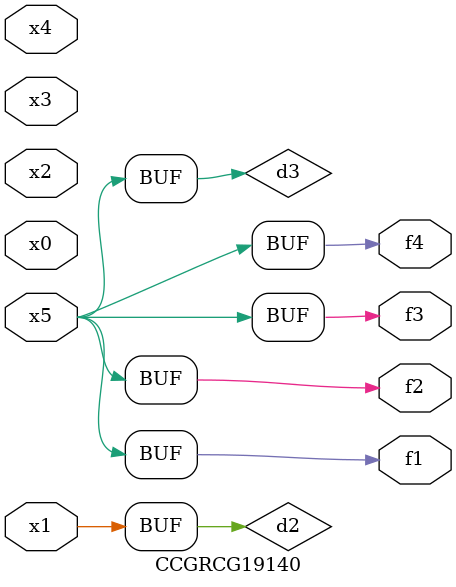
<source format=v>
module CCGRCG19140(
	input x0, x1, x2, x3, x4, x5,
	output f1, f2, f3, f4
);

	wire d1, d2, d3;

	not (d1, x5);
	or (d2, x1);
	xnor (d3, d1);
	assign f1 = d3;
	assign f2 = d3;
	assign f3 = d3;
	assign f4 = d3;
endmodule

</source>
